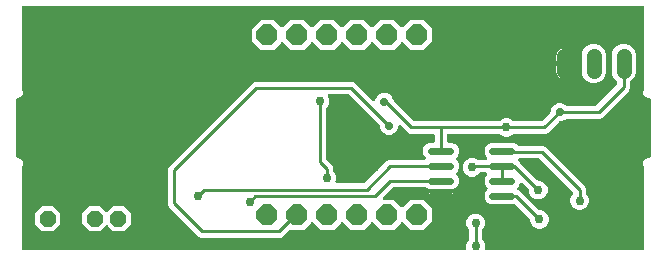
<source format=gbr>
G04 EAGLE Gerber RS-274X export*
G75*
%MOMM*%
%FSLAX34Y34*%
%LPD*%
%INBottom Copper*%
%IPPOS*%
%AMOC8*
5,1,8,0,0,1.08239X$1,22.5*%
G01*
%ADD10P,1.429621X8X22.500000*%
%ADD11C,0.510000*%
%ADD12P,1.924489X8X292.500000*%
%ADD13C,1.258000*%
%ADD14C,0.756400*%
%ADD15C,0.254000*%
%ADD16C,0.711200*%

G36*
X378973Y3971D02*
X378973Y3971D01*
X379022Y3969D01*
X379130Y3991D01*
X379239Y4005D01*
X379285Y4023D01*
X379334Y4033D01*
X379432Y4081D01*
X379534Y4122D01*
X379575Y4151D01*
X379619Y4173D01*
X379703Y4244D01*
X379792Y4308D01*
X379824Y4347D01*
X379861Y4379D01*
X379925Y4469D01*
X379995Y4553D01*
X380016Y4598D01*
X380045Y4639D01*
X380083Y4742D01*
X380130Y4841D01*
X380140Y4890D01*
X380157Y4937D01*
X380169Y5046D01*
X380190Y5153D01*
X380187Y5203D01*
X380192Y5253D01*
X380177Y5361D01*
X380170Y5471D01*
X380155Y5518D01*
X380153Y5529D01*
X380153Y8703D01*
X381348Y11587D01*
X382294Y12532D01*
X382354Y12611D01*
X382422Y12683D01*
X382451Y12736D01*
X382488Y12784D01*
X382528Y12875D01*
X382576Y12961D01*
X382591Y13020D01*
X382615Y13076D01*
X382630Y13174D01*
X382655Y13269D01*
X382661Y13369D01*
X382665Y13390D01*
X382663Y13402D01*
X382665Y13430D01*
X382665Y20712D01*
X382653Y20810D01*
X382650Y20909D01*
X382633Y20967D01*
X382625Y21028D01*
X382589Y21120D01*
X382561Y21215D01*
X382531Y21267D01*
X382508Y21323D01*
X382450Y21403D01*
X382400Y21489D01*
X382334Y21564D01*
X382322Y21581D01*
X382312Y21588D01*
X382294Y21610D01*
X381348Y22555D01*
X380153Y25439D01*
X380153Y28561D01*
X381348Y31445D01*
X383555Y33652D01*
X386439Y34847D01*
X389561Y34847D01*
X392445Y33652D01*
X394652Y31445D01*
X395847Y28561D01*
X395847Y25439D01*
X394652Y22555D01*
X393706Y21610D01*
X393646Y21531D01*
X393578Y21459D01*
X393549Y21406D01*
X393512Y21358D01*
X393472Y21267D01*
X393424Y21181D01*
X393409Y21122D01*
X393385Y21066D01*
X393370Y20968D01*
X393345Y20873D01*
X393339Y20773D01*
X393335Y20752D01*
X393337Y20740D01*
X393335Y20712D01*
X393335Y13430D01*
X393347Y13332D01*
X393350Y13233D01*
X393367Y13175D01*
X393375Y13114D01*
X393411Y13022D01*
X393439Y12927D01*
X393469Y12875D01*
X393492Y12819D01*
X393550Y12739D01*
X393600Y12653D01*
X393666Y12578D01*
X393678Y12561D01*
X393688Y12554D01*
X393706Y12532D01*
X394652Y11587D01*
X395847Y8703D01*
X395847Y5510D01*
X395820Y5413D01*
X395819Y5363D01*
X395810Y5314D01*
X395817Y5205D01*
X395815Y5095D01*
X395827Y5047D01*
X395830Y4997D01*
X395864Y4893D01*
X395889Y4786D01*
X395913Y4742D01*
X395928Y4695D01*
X395987Y4602D01*
X396038Y4505D01*
X396071Y4468D01*
X396098Y4426D01*
X396178Y4351D01*
X396252Y4269D01*
X396293Y4242D01*
X396330Y4208D01*
X396426Y4155D01*
X396517Y4095D01*
X396565Y4078D01*
X396608Y4054D01*
X396714Y4027D01*
X396818Y3991D01*
X396868Y3987D01*
X396916Y3975D01*
X397077Y3965D01*
X529566Y3965D01*
X529684Y3980D01*
X529803Y3987D01*
X529841Y4000D01*
X529882Y4005D01*
X529992Y4048D01*
X530105Y4085D01*
X530140Y4107D01*
X530177Y4122D01*
X530273Y4191D01*
X530374Y4255D01*
X530402Y4285D01*
X530435Y4308D01*
X530511Y4400D01*
X530592Y4487D01*
X530612Y4522D01*
X530637Y4553D01*
X530688Y4661D01*
X530746Y4765D01*
X530756Y4805D01*
X530773Y4841D01*
X530795Y4958D01*
X530825Y5073D01*
X530829Y5133D01*
X530833Y5153D01*
X530831Y5174D01*
X530835Y5234D01*
X530835Y74348D01*
X530834Y74357D01*
X530835Y74366D01*
X530814Y74515D01*
X530795Y74663D01*
X530792Y74672D01*
X530791Y74681D01*
X530739Y74834D01*
X530073Y76440D01*
X530073Y78360D01*
X530808Y80134D01*
X532166Y81492D01*
X533940Y82227D01*
X535000Y82227D01*
X535118Y82242D01*
X535237Y82249D01*
X535275Y82262D01*
X535316Y82267D01*
X535426Y82310D01*
X535539Y82347D01*
X535574Y82369D01*
X535611Y82384D01*
X535707Y82453D01*
X535808Y82517D01*
X535836Y82547D01*
X535869Y82570D01*
X535945Y82662D01*
X536026Y82749D01*
X536046Y82784D01*
X536071Y82815D01*
X536122Y82923D01*
X536180Y83027D01*
X536190Y83067D01*
X536207Y83103D01*
X536229Y83220D01*
X536259Y83335D01*
X536263Y83395D01*
X536267Y83415D01*
X536265Y83436D01*
X536269Y83496D01*
X536269Y131304D01*
X536254Y131422D01*
X536247Y131541D01*
X536234Y131579D01*
X536229Y131620D01*
X536186Y131730D01*
X536149Y131843D01*
X536127Y131878D01*
X536112Y131915D01*
X536043Y132011D01*
X535979Y132112D01*
X535949Y132140D01*
X535926Y132173D01*
X535834Y132249D01*
X535747Y132330D01*
X535712Y132350D01*
X535681Y132375D01*
X535573Y132426D01*
X535469Y132484D01*
X535429Y132494D01*
X535393Y132511D01*
X535276Y132533D01*
X535161Y132563D01*
X535101Y132567D01*
X535081Y132571D01*
X535060Y132569D01*
X535000Y132573D01*
X533940Y132573D01*
X532166Y133308D01*
X530808Y134666D01*
X530073Y136440D01*
X530073Y138360D01*
X530739Y139966D01*
X530741Y139975D01*
X530746Y139984D01*
X530783Y140129D01*
X530823Y140273D01*
X530823Y140283D01*
X530825Y140292D01*
X530835Y140452D01*
X530835Y209666D01*
X530820Y209784D01*
X530813Y209903D01*
X530800Y209941D01*
X530795Y209982D01*
X530752Y210092D01*
X530715Y210205D01*
X530693Y210240D01*
X530678Y210277D01*
X530609Y210373D01*
X530545Y210474D01*
X530515Y210502D01*
X530492Y210535D01*
X530400Y210611D01*
X530313Y210692D01*
X530278Y210712D01*
X530247Y210737D01*
X530139Y210788D01*
X530035Y210846D01*
X529995Y210856D01*
X529959Y210873D01*
X529842Y210895D01*
X529727Y210925D01*
X529667Y210929D01*
X529647Y210933D01*
X529626Y210931D01*
X529566Y210935D01*
X5234Y210935D01*
X5116Y210920D01*
X4997Y210913D01*
X4959Y210900D01*
X4918Y210895D01*
X4808Y210852D01*
X4695Y210815D01*
X4660Y210793D01*
X4623Y210778D01*
X4527Y210709D01*
X4426Y210645D01*
X4398Y210615D01*
X4365Y210592D01*
X4289Y210500D01*
X4208Y210413D01*
X4188Y210378D01*
X4163Y210347D01*
X4112Y210239D01*
X4054Y210135D01*
X4044Y210095D01*
X4027Y210059D01*
X4005Y209942D01*
X3975Y209827D01*
X3971Y209767D01*
X3967Y209747D01*
X3969Y209726D01*
X3965Y209666D01*
X3965Y140452D01*
X3966Y140443D01*
X3965Y140434D01*
X3986Y140285D01*
X4005Y140137D01*
X4008Y140128D01*
X4009Y140119D01*
X4061Y139966D01*
X4727Y138360D01*
X4727Y136440D01*
X3992Y134666D01*
X2634Y133308D01*
X860Y132573D01*
X0Y132573D01*
X-118Y132558D01*
X-237Y132551D01*
X-275Y132538D01*
X-316Y132533D01*
X-426Y132490D01*
X-539Y132453D01*
X-574Y132431D01*
X-611Y132416D01*
X-707Y132347D01*
X-808Y132283D01*
X-836Y132253D01*
X-869Y132230D01*
X-945Y132138D01*
X-1026Y132051D01*
X-1046Y132016D01*
X-1071Y131985D01*
X-1122Y131877D01*
X-1180Y131773D01*
X-1190Y131733D01*
X-1207Y131697D01*
X-1229Y131580D01*
X-1259Y131465D01*
X-1263Y131405D01*
X-1267Y131385D01*
X-1265Y131364D01*
X-1269Y131304D01*
X-1269Y83496D01*
X-1254Y83378D01*
X-1247Y83259D01*
X-1234Y83221D01*
X-1229Y83180D01*
X-1186Y83070D01*
X-1149Y82957D01*
X-1127Y82922D01*
X-1112Y82885D01*
X-1043Y82789D01*
X-979Y82688D01*
X-949Y82660D01*
X-926Y82627D01*
X-834Y82551D01*
X-747Y82470D01*
X-712Y82450D01*
X-681Y82425D01*
X-573Y82374D01*
X-469Y82316D01*
X-429Y82306D01*
X-393Y82289D01*
X-276Y82267D01*
X-161Y82237D01*
X-101Y82233D01*
X-81Y82229D01*
X-60Y82231D01*
X0Y82227D01*
X860Y82227D01*
X2634Y81492D01*
X3992Y80134D01*
X4727Y78360D01*
X4727Y76440D01*
X4061Y74834D01*
X4059Y74825D01*
X4054Y74816D01*
X4017Y74671D01*
X3977Y74527D01*
X3977Y74517D01*
X3975Y74508D01*
X3965Y74348D01*
X3965Y5234D01*
X3980Y5116D01*
X3987Y4997D01*
X4000Y4959D01*
X4005Y4918D01*
X4048Y4808D01*
X4085Y4695D01*
X4107Y4660D01*
X4122Y4623D01*
X4191Y4527D01*
X4255Y4426D01*
X4285Y4398D01*
X4308Y4365D01*
X4400Y4289D01*
X4487Y4208D01*
X4522Y4188D01*
X4553Y4163D01*
X4661Y4112D01*
X4765Y4054D01*
X4805Y4044D01*
X4841Y4027D01*
X4958Y4005D01*
X5073Y3975D01*
X5133Y3971D01*
X5153Y3967D01*
X5174Y3969D01*
X5234Y3965D01*
X378923Y3965D01*
X378973Y3971D01*
G37*
%LPC*%
G36*
X155461Y14665D02*
X155461Y14665D01*
X153500Y15477D01*
X128139Y40838D01*
X127327Y42799D01*
X127327Y72779D01*
X128139Y74740D01*
X199222Y145823D01*
X201183Y146635D01*
X283885Y146635D01*
X285846Y145823D01*
X301048Y130621D01*
X301087Y130590D01*
X301120Y130554D01*
X301212Y130493D01*
X301299Y130426D01*
X301345Y130406D01*
X301386Y130379D01*
X301490Y130343D01*
X301591Y130300D01*
X301640Y130292D01*
X301687Y130276D01*
X301796Y130267D01*
X301905Y130250D01*
X301954Y130254D01*
X302004Y130250D01*
X302112Y130269D01*
X302221Y130279D01*
X302268Y130296D01*
X302317Y130305D01*
X302417Y130350D01*
X302521Y130387D01*
X302562Y130415D01*
X302607Y130435D01*
X302693Y130504D01*
X302784Y130566D01*
X302817Y130603D01*
X302856Y130634D01*
X302922Y130722D01*
X302994Y130804D01*
X303017Y130848D01*
X303047Y130888D01*
X303118Y131033D01*
X304365Y134045D01*
X306509Y136189D01*
X309310Y137349D01*
X312342Y137349D01*
X315143Y136189D01*
X317287Y134045D01*
X318447Y131244D01*
X318447Y131177D01*
X318459Y131079D01*
X318462Y130980D01*
X318479Y130922D01*
X318487Y130862D01*
X318523Y130770D01*
X318551Y130675D01*
X318581Y130623D01*
X318604Y130566D01*
X318662Y130486D01*
X318712Y130401D01*
X318778Y130325D01*
X318790Y130309D01*
X318800Y130301D01*
X318818Y130280D01*
X335526Y113572D01*
X335604Y113512D01*
X335676Y113444D01*
X335729Y113415D01*
X335777Y113378D01*
X335868Y113338D01*
X335955Y113290D01*
X336013Y113275D01*
X336069Y113251D01*
X336167Y113236D01*
X336263Y113211D01*
X336363Y113205D01*
X336383Y113201D01*
X336395Y113203D01*
X336423Y113201D01*
X407712Y113201D01*
X407810Y113213D01*
X407909Y113216D01*
X407967Y113233D01*
X408028Y113241D01*
X408120Y113277D01*
X408215Y113305D01*
X408267Y113335D01*
X408323Y113358D01*
X408403Y113416D01*
X408489Y113466D01*
X408564Y113532D01*
X408581Y113544D01*
X408588Y113554D01*
X408610Y113572D01*
X409555Y114518D01*
X412439Y115713D01*
X415561Y115713D01*
X418445Y114518D01*
X419390Y113572D01*
X419469Y113512D01*
X419541Y113444D01*
X419594Y113415D01*
X419642Y113378D01*
X419733Y113338D01*
X419819Y113290D01*
X419878Y113275D01*
X419934Y113251D01*
X420032Y113236D01*
X420127Y113211D01*
X420227Y113205D01*
X420248Y113201D01*
X420260Y113203D01*
X420288Y113201D01*
X443527Y113201D01*
X443625Y113213D01*
X443724Y113216D01*
X443782Y113233D01*
X443842Y113241D01*
X443934Y113277D01*
X444029Y113305D01*
X444081Y113335D01*
X444138Y113358D01*
X444218Y113416D01*
X444303Y113466D01*
X444379Y113532D01*
X444395Y113544D01*
X444403Y113554D01*
X444424Y113572D01*
X451136Y120284D01*
X451196Y120362D01*
X451264Y120434D01*
X451293Y120487D01*
X451330Y120535D01*
X451370Y120626D01*
X451418Y120713D01*
X451433Y120771D01*
X451457Y120827D01*
X451472Y120925D01*
X451497Y121021D01*
X451503Y121121D01*
X451507Y121141D01*
X451505Y121153D01*
X451507Y121181D01*
X451507Y122248D01*
X452667Y125049D01*
X454811Y127193D01*
X457612Y128353D01*
X460644Y128353D01*
X463445Y127193D01*
X464199Y126439D01*
X464277Y126378D01*
X464349Y126310D01*
X464402Y126281D01*
X464450Y126244D01*
X464541Y126204D01*
X464628Y126156D01*
X464686Y126141D01*
X464742Y126117D01*
X464840Y126102D01*
X464936Y126077D01*
X465036Y126071D01*
X465056Y126067D01*
X465068Y126069D01*
X465096Y126067D01*
X489393Y126067D01*
X489491Y126079D01*
X489590Y126082D01*
X489648Y126099D01*
X489708Y126107D01*
X489800Y126143D01*
X489895Y126171D01*
X489947Y126201D01*
X490004Y126224D01*
X490084Y126282D01*
X490169Y126332D01*
X490245Y126398D01*
X490261Y126410D01*
X490269Y126420D01*
X490290Y126438D01*
X507694Y143842D01*
X507754Y143920D01*
X507822Y143992D01*
X507851Y144045D01*
X507888Y144093D01*
X507928Y144184D01*
X507976Y144271D01*
X507991Y144329D01*
X508015Y144385D01*
X508030Y144483D01*
X508055Y144579D01*
X508061Y144679D01*
X508065Y144699D01*
X508063Y144711D01*
X508065Y144739D01*
X508065Y145875D01*
X508053Y145973D01*
X508050Y146072D01*
X508033Y146131D01*
X508025Y146191D01*
X507989Y146283D01*
X507961Y146378D01*
X507931Y146430D01*
X507908Y146486D01*
X507850Y146567D01*
X507800Y146652D01*
X507734Y146727D01*
X507722Y146744D01*
X507712Y146752D01*
X507694Y146773D01*
X504622Y149845D01*
X503045Y153650D01*
X503045Y170350D01*
X504622Y174155D01*
X507535Y177068D01*
X511340Y178645D01*
X515460Y178645D01*
X519265Y177068D01*
X522178Y174155D01*
X523755Y170350D01*
X523755Y153650D01*
X522178Y149845D01*
X519106Y146773D01*
X519046Y146694D01*
X518978Y146622D01*
X518949Y146569D01*
X518912Y146521D01*
X518872Y146430D01*
X518824Y146344D01*
X518809Y146285D01*
X518785Y146230D01*
X518770Y146132D01*
X518745Y146036D01*
X518739Y145936D01*
X518735Y145916D01*
X518737Y145903D01*
X518735Y145875D01*
X518735Y140943D01*
X517923Y138982D01*
X495150Y116209D01*
X493189Y115397D01*
X465096Y115397D01*
X464998Y115385D01*
X464899Y115382D01*
X464841Y115365D01*
X464781Y115357D01*
X464689Y115321D01*
X464594Y115293D01*
X464541Y115263D01*
X464485Y115240D01*
X464405Y115182D01*
X464320Y115132D01*
X464244Y115066D01*
X464228Y115054D01*
X464220Y115044D01*
X464199Y115025D01*
X463445Y114271D01*
X460644Y113111D01*
X459577Y113111D01*
X459479Y113099D01*
X459380Y113096D01*
X459322Y113079D01*
X459262Y113071D01*
X459170Y113035D01*
X459075Y113007D01*
X459023Y112977D01*
X458966Y112954D01*
X458886Y112896D01*
X458801Y112846D01*
X458725Y112780D01*
X458709Y112768D01*
X458701Y112758D01*
X458680Y112740D01*
X449284Y103343D01*
X447323Y102531D01*
X420288Y102531D01*
X420190Y102519D01*
X420091Y102516D01*
X420033Y102499D01*
X419972Y102491D01*
X419880Y102455D01*
X419785Y102427D01*
X419733Y102397D01*
X419677Y102374D01*
X419597Y102316D01*
X419511Y102266D01*
X419436Y102200D01*
X419419Y102188D01*
X419412Y102178D01*
X419390Y102160D01*
X418445Y101214D01*
X415561Y100019D01*
X412439Y100019D01*
X409555Y101214D01*
X408610Y102160D01*
X408531Y102220D01*
X408459Y102288D01*
X408406Y102317D01*
X408358Y102354D01*
X408267Y102394D01*
X408181Y102442D01*
X408122Y102457D01*
X408066Y102481D01*
X407968Y102496D01*
X407873Y102521D01*
X407773Y102527D01*
X407752Y102531D01*
X407740Y102529D01*
X407712Y102531D01*
X365204Y102531D01*
X365086Y102516D01*
X364967Y102509D01*
X364929Y102496D01*
X364888Y102491D01*
X364778Y102448D01*
X364665Y102411D01*
X364630Y102389D01*
X364593Y102374D01*
X364497Y102305D01*
X364396Y102241D01*
X364368Y102211D01*
X364335Y102188D01*
X364259Y102096D01*
X364178Y102009D01*
X364158Y101974D01*
X364133Y101943D01*
X364082Y101835D01*
X364024Y101731D01*
X364014Y101691D01*
X363997Y101655D01*
X363975Y101538D01*
X363945Y101423D01*
X363941Y101363D01*
X363937Y101343D01*
X363939Y101322D01*
X363935Y101262D01*
X363935Y96184D01*
X363950Y96066D01*
X363957Y95947D01*
X363970Y95909D01*
X363975Y95868D01*
X364018Y95758D01*
X364055Y95645D01*
X364077Y95610D01*
X364092Y95573D01*
X364161Y95477D01*
X364225Y95376D01*
X364255Y95348D01*
X364278Y95315D01*
X364370Y95239D01*
X364457Y95158D01*
X364492Y95138D01*
X364523Y95113D01*
X364631Y95062D01*
X364735Y95004D01*
X364775Y94994D01*
X364811Y94977D01*
X364928Y94955D01*
X365043Y94925D01*
X365103Y94921D01*
X365123Y94917D01*
X365144Y94919D01*
X365204Y94915D01*
X368366Y94915D01*
X370797Y93908D01*
X372658Y92047D01*
X373665Y89616D01*
X373665Y86084D01*
X372658Y83653D01*
X371402Y82397D01*
X371329Y82303D01*
X371250Y82214D01*
X371232Y82178D01*
X371207Y82146D01*
X371160Y82037D01*
X371106Y81931D01*
X371097Y81892D01*
X371081Y81854D01*
X371062Y81737D01*
X371036Y81621D01*
X371037Y81580D01*
X371031Y81540D01*
X371042Y81422D01*
X371046Y81303D01*
X371057Y81264D01*
X371061Y81224D01*
X371101Y81112D01*
X371134Y80997D01*
X371155Y80962D01*
X371168Y80924D01*
X371235Y80826D01*
X371296Y80723D01*
X371336Y80678D01*
X371347Y80661D01*
X371362Y80648D01*
X371402Y80602D01*
X372658Y79347D01*
X373665Y76916D01*
X373665Y73384D01*
X372658Y70953D01*
X371402Y69698D01*
X371329Y69603D01*
X371250Y69514D01*
X371232Y69478D01*
X371207Y69446D01*
X371160Y69337D01*
X371106Y69231D01*
X371097Y69192D01*
X371081Y69154D01*
X371062Y69037D01*
X371036Y68921D01*
X371037Y68880D01*
X371031Y68840D01*
X371042Y68722D01*
X371046Y68603D01*
X371057Y68564D01*
X371061Y68524D01*
X371101Y68411D01*
X371134Y68297D01*
X371155Y68263D01*
X371168Y68224D01*
X371235Y68126D01*
X371296Y68023D01*
X371336Y67978D01*
X371347Y67961D01*
X371362Y67948D01*
X371402Y67903D01*
X372658Y66647D01*
X373665Y64216D01*
X373665Y60684D01*
X372658Y58253D01*
X370797Y56392D01*
X368366Y55385D01*
X348834Y55385D01*
X346403Y56392D01*
X346052Y56744D01*
X345974Y56804D01*
X345901Y56872D01*
X345848Y56901D01*
X345801Y56938D01*
X345710Y56978D01*
X345623Y57026D01*
X345564Y57041D01*
X345509Y57065D01*
X345411Y57080D01*
X345315Y57105D01*
X345215Y57111D01*
X345195Y57115D01*
X345182Y57113D01*
X345154Y57115D01*
X318335Y57115D01*
X318237Y57103D01*
X318138Y57100D01*
X318080Y57083D01*
X318020Y57075D01*
X317928Y57039D01*
X317833Y57011D01*
X317781Y56981D01*
X317724Y56958D01*
X317644Y56900D01*
X317559Y56850D01*
X317483Y56784D01*
X317467Y56772D01*
X317459Y56762D01*
X317438Y56744D01*
X309616Y48921D01*
X309531Y48812D01*
X309442Y48705D01*
X309433Y48686D01*
X309421Y48670D01*
X309366Y48542D01*
X309306Y48417D01*
X309303Y48397D01*
X309295Y48378D01*
X309273Y48240D01*
X309247Y48104D01*
X309248Y48084D01*
X309245Y48064D01*
X309258Y47925D01*
X309266Y47787D01*
X309273Y47768D01*
X309275Y47748D01*
X309322Y47616D01*
X309364Y47485D01*
X309375Y47467D01*
X309382Y47448D01*
X309460Y47333D01*
X309535Y47216D01*
X309549Y47202D01*
X309561Y47185D01*
X309665Y47093D01*
X309766Y46998D01*
X309784Y46988D01*
X309799Y46975D01*
X309923Y46911D01*
X310045Y46844D01*
X310064Y46839D01*
X310082Y46830D01*
X310218Y46800D01*
X310353Y46765D01*
X310381Y46763D01*
X310393Y46760D01*
X310413Y46761D01*
X310513Y46755D01*
X318466Y46755D01*
X324903Y40318D01*
X324997Y40245D01*
X325086Y40166D01*
X325122Y40148D01*
X325154Y40123D01*
X325263Y40076D01*
X325369Y40022D01*
X325408Y40013D01*
X325446Y39997D01*
X325563Y39978D01*
X325679Y39952D01*
X325720Y39953D01*
X325760Y39947D01*
X325878Y39958D01*
X325997Y39962D01*
X326036Y39973D01*
X326076Y39977D01*
X326189Y40017D01*
X326303Y40050D01*
X326338Y40071D01*
X326376Y40085D01*
X326474Y40152D01*
X326577Y40212D01*
X326622Y40252D01*
X326639Y40263D01*
X326652Y40278D01*
X326698Y40318D01*
X333134Y46755D01*
X343866Y46755D01*
X351455Y39166D01*
X351455Y28434D01*
X343866Y20845D01*
X333134Y20845D01*
X326698Y27282D01*
X326603Y27355D01*
X326514Y27434D01*
X326478Y27452D01*
X326446Y27477D01*
X326337Y27524D01*
X326231Y27578D01*
X326192Y27587D01*
X326154Y27603D01*
X326037Y27622D01*
X325921Y27648D01*
X325880Y27647D01*
X325840Y27653D01*
X325722Y27642D01*
X325603Y27638D01*
X325564Y27627D01*
X325524Y27623D01*
X325411Y27583D01*
X325297Y27550D01*
X325263Y27529D01*
X325224Y27515D01*
X325126Y27449D01*
X325023Y27388D01*
X324978Y27348D01*
X324961Y27337D01*
X324948Y27322D01*
X324903Y27282D01*
X318466Y20845D01*
X307734Y20845D01*
X301298Y27282D01*
X301203Y27355D01*
X301114Y27434D01*
X301078Y27452D01*
X301046Y27477D01*
X300937Y27524D01*
X300831Y27578D01*
X300792Y27587D01*
X300754Y27603D01*
X300637Y27622D01*
X300521Y27648D01*
X300480Y27647D01*
X300440Y27653D01*
X300322Y27642D01*
X300203Y27638D01*
X300164Y27627D01*
X300124Y27623D01*
X300011Y27583D01*
X299897Y27550D01*
X299863Y27529D01*
X299824Y27515D01*
X299726Y27449D01*
X299623Y27388D01*
X299578Y27348D01*
X299561Y27337D01*
X299548Y27322D01*
X299503Y27282D01*
X293066Y20845D01*
X282334Y20845D01*
X275898Y27282D01*
X275803Y27355D01*
X275714Y27434D01*
X275678Y27452D01*
X275646Y27477D01*
X275537Y27524D01*
X275431Y27578D01*
X275392Y27587D01*
X275354Y27603D01*
X275237Y27622D01*
X275121Y27648D01*
X275080Y27647D01*
X275040Y27653D01*
X274922Y27642D01*
X274803Y27638D01*
X274764Y27627D01*
X274724Y27623D01*
X274611Y27583D01*
X274497Y27550D01*
X274463Y27529D01*
X274424Y27515D01*
X274326Y27449D01*
X274223Y27388D01*
X274178Y27348D01*
X274161Y27337D01*
X274148Y27322D01*
X274103Y27282D01*
X267666Y20845D01*
X256934Y20845D01*
X250498Y27282D01*
X250403Y27355D01*
X250314Y27434D01*
X250278Y27452D01*
X250246Y27477D01*
X250137Y27524D01*
X250031Y27578D01*
X249992Y27587D01*
X249954Y27603D01*
X249837Y27622D01*
X249721Y27648D01*
X249680Y27647D01*
X249640Y27653D01*
X249522Y27642D01*
X249403Y27638D01*
X249364Y27627D01*
X249324Y27623D01*
X249211Y27583D01*
X249097Y27550D01*
X249063Y27529D01*
X249024Y27515D01*
X248926Y27449D01*
X248823Y27388D01*
X248778Y27348D01*
X248761Y27337D01*
X248748Y27322D01*
X248703Y27282D01*
X242266Y20845D01*
X231493Y20845D01*
X231476Y20854D01*
X231444Y20879D01*
X231335Y20926D01*
X231229Y20980D01*
X231189Y20989D01*
X231152Y21005D01*
X231035Y21024D01*
X230919Y21050D01*
X230878Y21049D01*
X230838Y21055D01*
X230720Y21044D01*
X230601Y21040D01*
X230562Y21029D01*
X230522Y21025D01*
X230410Y20985D01*
X230295Y20952D01*
X230260Y20931D01*
X230222Y20918D01*
X230124Y20851D01*
X230021Y20790D01*
X229976Y20751D01*
X229959Y20739D01*
X229946Y20724D01*
X229900Y20684D01*
X224694Y15477D01*
X222733Y14665D01*
X155461Y14665D01*
G37*
%LPD*%
G36*
X292963Y60497D02*
X292963Y60497D01*
X293062Y60500D01*
X293120Y60517D01*
X293180Y60525D01*
X293272Y60561D01*
X293367Y60589D01*
X293419Y60619D01*
X293476Y60642D01*
X293556Y60700D01*
X293641Y60750D01*
X293717Y60816D01*
X293733Y60828D01*
X293741Y60838D01*
X293762Y60856D01*
X312578Y79673D01*
X314539Y80485D01*
X344646Y80485D01*
X344784Y80502D01*
X344923Y80515D01*
X344942Y80522D01*
X344962Y80525D01*
X345091Y80576D01*
X345222Y80623D01*
X345239Y80634D01*
X345258Y80642D01*
X345370Y80723D01*
X345485Y80801D01*
X345499Y80817D01*
X345515Y80828D01*
X345604Y80936D01*
X345696Y81040D01*
X345705Y81058D01*
X345718Y81073D01*
X345777Y81199D01*
X345840Y81323D01*
X345845Y81343D01*
X345853Y81361D01*
X345879Y81498D01*
X345910Y81633D01*
X345909Y81654D01*
X345913Y81673D01*
X345904Y81812D01*
X345900Y81951D01*
X345895Y81971D01*
X345893Y81991D01*
X345851Y82123D01*
X345812Y82257D01*
X345802Y82274D01*
X345795Y82293D01*
X345721Y82411D01*
X345650Y82531D01*
X345632Y82552D01*
X345625Y82562D01*
X345610Y82576D01*
X345544Y82651D01*
X344542Y83653D01*
X343535Y86084D01*
X343535Y89616D01*
X344542Y92047D01*
X346403Y93908D01*
X348834Y94915D01*
X351996Y94915D01*
X352114Y94930D01*
X352233Y94937D01*
X352271Y94950D01*
X352312Y94955D01*
X352422Y94998D01*
X352535Y95035D01*
X352570Y95057D01*
X352607Y95072D01*
X352703Y95141D01*
X352804Y95205D01*
X352832Y95235D01*
X352865Y95258D01*
X352941Y95350D01*
X353022Y95437D01*
X353042Y95472D01*
X353067Y95503D01*
X353118Y95611D01*
X353176Y95715D01*
X353186Y95755D01*
X353203Y95791D01*
X353225Y95908D01*
X353255Y96023D01*
X353259Y96083D01*
X353263Y96103D01*
X353261Y96124D01*
X353265Y96184D01*
X353265Y101262D01*
X353250Y101380D01*
X353243Y101499D01*
X353230Y101537D01*
X353225Y101578D01*
X353182Y101688D01*
X353145Y101801D01*
X353123Y101836D01*
X353108Y101873D01*
X353039Y101969D01*
X352975Y102070D01*
X352945Y102098D01*
X352922Y102131D01*
X352830Y102207D01*
X352743Y102288D01*
X352708Y102308D01*
X352677Y102333D01*
X352569Y102384D01*
X352465Y102442D01*
X352425Y102452D01*
X352389Y102469D01*
X352272Y102491D01*
X352157Y102521D01*
X352097Y102525D01*
X352077Y102529D01*
X352056Y102527D01*
X351996Y102531D01*
X332627Y102531D01*
X330666Y103343D01*
X324471Y109538D01*
X324362Y109623D01*
X324255Y109712D01*
X324236Y109721D01*
X324220Y109733D01*
X324092Y109788D01*
X323967Y109848D01*
X323947Y109851D01*
X323928Y109859D01*
X323790Y109881D01*
X323654Y109907D01*
X323634Y109906D01*
X323614Y109909D01*
X323475Y109896D01*
X323337Y109888D01*
X323318Y109881D01*
X323298Y109879D01*
X323166Y109832D01*
X323035Y109790D01*
X323017Y109779D01*
X322998Y109772D01*
X322883Y109694D01*
X322766Y109619D01*
X322752Y109605D01*
X322735Y109593D01*
X322643Y109489D01*
X322548Y109388D01*
X322538Y109370D01*
X322525Y109355D01*
X322461Y109231D01*
X322394Y109109D01*
X322389Y109090D01*
X322380Y109072D01*
X322350Y108936D01*
X322315Y108801D01*
X322313Y108773D01*
X322310Y108761D01*
X322311Y108741D01*
X322305Y108641D01*
X322305Y107924D01*
X321145Y105123D01*
X319001Y102979D01*
X316200Y101819D01*
X313168Y101819D01*
X310367Y102979D01*
X308223Y105123D01*
X307063Y107924D01*
X307063Y108991D01*
X307051Y109089D01*
X307048Y109188D01*
X307031Y109246D01*
X307023Y109306D01*
X306987Y109398D01*
X306959Y109493D01*
X306929Y109545D01*
X306906Y109602D01*
X306848Y109682D01*
X306798Y109767D01*
X306732Y109843D01*
X306720Y109859D01*
X306710Y109867D01*
X306692Y109888D01*
X280986Y135594D01*
X280908Y135654D01*
X280836Y135722D01*
X280783Y135751D01*
X280735Y135788D01*
X280644Y135828D01*
X280557Y135876D01*
X280499Y135891D01*
X280443Y135915D01*
X280345Y135930D01*
X280249Y135955D01*
X280149Y135961D01*
X280129Y135965D01*
X280117Y135963D01*
X280089Y135965D01*
X263922Y135965D01*
X263873Y135959D01*
X263823Y135961D01*
X263715Y135939D01*
X263606Y135925D01*
X263560Y135907D01*
X263512Y135897D01*
X263413Y135849D01*
X263311Y135808D01*
X263271Y135779D01*
X263226Y135757D01*
X263142Y135686D01*
X263053Y135622D01*
X263022Y135583D01*
X262984Y135551D01*
X262921Y135461D01*
X262851Y135377D01*
X262829Y135332D01*
X262801Y135291D01*
X262762Y135188D01*
X262715Y135089D01*
X262706Y135040D01*
X262688Y134994D01*
X262676Y134884D01*
X262655Y134777D01*
X262658Y134727D01*
X262653Y134678D01*
X262668Y134569D01*
X262675Y134459D01*
X262690Y134412D01*
X262697Y134363D01*
X262749Y134210D01*
X263847Y131561D01*
X263847Y128439D01*
X262652Y125555D01*
X261706Y124610D01*
X261646Y124531D01*
X261578Y124459D01*
X261549Y124406D01*
X261512Y124358D01*
X261472Y124267D01*
X261424Y124181D01*
X261409Y124122D01*
X261385Y124066D01*
X261370Y123968D01*
X261345Y123873D01*
X261339Y123773D01*
X261335Y123752D01*
X261337Y123740D01*
X261335Y123712D01*
X261335Y81735D01*
X261347Y81637D01*
X261350Y81538D01*
X261367Y81480D01*
X261375Y81420D01*
X261411Y81328D01*
X261439Y81233D01*
X261469Y81181D01*
X261492Y81124D01*
X261550Y81044D01*
X261600Y80959D01*
X261666Y80883D01*
X261678Y80867D01*
X261688Y80859D01*
X261706Y80838D01*
X266523Y76022D01*
X267335Y74061D01*
X267335Y71288D01*
X267347Y71190D01*
X267350Y71091D01*
X267367Y71033D01*
X267375Y70972D01*
X267411Y70880D01*
X267439Y70785D01*
X267469Y70733D01*
X267492Y70677D01*
X267550Y70597D01*
X267600Y70511D01*
X267666Y70436D01*
X267678Y70419D01*
X267688Y70412D01*
X267706Y70390D01*
X268652Y69445D01*
X269847Y66561D01*
X269847Y63439D01*
X269350Y62240D01*
X269337Y62192D01*
X269316Y62147D01*
X269295Y62039D01*
X269266Y61933D01*
X269265Y61883D01*
X269256Y61834D01*
X269263Y61725D01*
X269261Y61615D01*
X269272Y61567D01*
X269276Y61517D01*
X269309Y61413D01*
X269335Y61306D01*
X269358Y61262D01*
X269374Y61215D01*
X269432Y61122D01*
X269484Y61025D01*
X269517Y60988D01*
X269544Y60946D01*
X269624Y60871D01*
X269698Y60789D01*
X269739Y60762D01*
X269775Y60728D01*
X269872Y60675D01*
X269963Y60615D01*
X270010Y60598D01*
X270054Y60574D01*
X270160Y60547D01*
X270264Y60511D01*
X270314Y60507D01*
X270362Y60495D01*
X270523Y60485D01*
X292865Y60485D01*
X292963Y60497D01*
G37*
%LPC*%
G36*
X440439Y22153D02*
X440439Y22153D01*
X437555Y23348D01*
X435348Y25555D01*
X434153Y28439D01*
X434153Y29777D01*
X434141Y29875D01*
X434138Y29974D01*
X434121Y30032D01*
X434113Y30092D01*
X434077Y30184D01*
X434049Y30279D01*
X434019Y30331D01*
X433996Y30388D01*
X433938Y30468D01*
X433888Y30553D01*
X433822Y30629D01*
X433810Y30645D01*
X433800Y30653D01*
X433782Y30674D01*
X421959Y42497D01*
X421935Y42515D01*
X421916Y42538D01*
X421810Y42612D01*
X421707Y42692D01*
X421680Y42704D01*
X421656Y42721D01*
X421535Y42767D01*
X421415Y42818D01*
X421386Y42823D01*
X421359Y42833D01*
X421230Y42848D01*
X421101Y42868D01*
X421072Y42865D01*
X421043Y42869D01*
X420914Y42850D01*
X420785Y42838D01*
X420757Y42828D01*
X420728Y42824D01*
X420575Y42772D01*
X420366Y42685D01*
X400834Y42685D01*
X398403Y43692D01*
X396542Y45553D01*
X395535Y47984D01*
X395535Y51516D01*
X396542Y53947D01*
X397798Y55203D01*
X397871Y55297D01*
X397950Y55386D01*
X397968Y55422D01*
X397993Y55454D01*
X398040Y55563D01*
X398094Y55669D01*
X398103Y55708D01*
X398119Y55746D01*
X398138Y55863D01*
X398164Y55979D01*
X398163Y56020D01*
X398169Y56060D01*
X398158Y56178D01*
X398154Y56297D01*
X398143Y56336D01*
X398139Y56376D01*
X398099Y56488D01*
X398066Y56603D01*
X398045Y56638D01*
X398032Y56676D01*
X397965Y56774D01*
X397904Y56877D01*
X397864Y56922D01*
X397853Y56939D01*
X397838Y56952D01*
X397798Y56998D01*
X396542Y58253D01*
X395535Y60684D01*
X395535Y64216D01*
X396542Y66647D01*
X397544Y67649D01*
X397629Y67758D01*
X397718Y67865D01*
X397726Y67884D01*
X397739Y67900D01*
X397794Y68027D01*
X397853Y68153D01*
X397857Y68173D01*
X397865Y68192D01*
X397887Y68330D01*
X397913Y68466D01*
X397912Y68486D01*
X397915Y68506D01*
X397902Y68645D01*
X397893Y68783D01*
X397887Y68802D01*
X397885Y68822D01*
X397838Y68954D01*
X397795Y69085D01*
X397784Y69103D01*
X397778Y69122D01*
X397700Y69237D01*
X397625Y69354D01*
X397610Y69368D01*
X397599Y69385D01*
X397495Y69477D01*
X397394Y69572D01*
X397376Y69582D01*
X397361Y69595D01*
X397237Y69658D01*
X397115Y69726D01*
X397095Y69731D01*
X397077Y69740D01*
X396942Y69770D01*
X396807Y69805D01*
X396779Y69807D01*
X396767Y69810D01*
X396747Y69809D01*
X396646Y69815D01*
X392438Y69815D01*
X392340Y69803D01*
X392241Y69800D01*
X392183Y69783D01*
X392122Y69775D01*
X392030Y69739D01*
X391935Y69711D01*
X391883Y69681D01*
X391827Y69658D01*
X391747Y69600D01*
X391661Y69550D01*
X391586Y69484D01*
X391569Y69472D01*
X391562Y69462D01*
X391540Y69444D01*
X389445Y67348D01*
X386561Y66153D01*
X383439Y66153D01*
X380555Y67348D01*
X378348Y69555D01*
X377153Y72439D01*
X377153Y75561D01*
X378348Y78445D01*
X380555Y80652D01*
X383439Y81847D01*
X386561Y81847D01*
X389616Y80581D01*
X389625Y80579D01*
X389633Y80574D01*
X389778Y80537D01*
X389922Y80497D01*
X389932Y80497D01*
X389941Y80495D01*
X390101Y80485D01*
X396646Y80485D01*
X396784Y80502D01*
X396923Y80515D01*
X396942Y80522D01*
X396962Y80525D01*
X397091Y80576D01*
X397222Y80623D01*
X397239Y80634D01*
X397258Y80642D01*
X397370Y80723D01*
X397485Y80801D01*
X397499Y80817D01*
X397515Y80828D01*
X397604Y80936D01*
X397696Y81040D01*
X397705Y81058D01*
X397718Y81073D01*
X397777Y81199D01*
X397840Y81323D01*
X397845Y81343D01*
X397853Y81361D01*
X397879Y81498D01*
X397910Y81633D01*
X397909Y81654D01*
X397913Y81673D01*
X397904Y81812D01*
X397900Y81951D01*
X397895Y81971D01*
X397893Y81991D01*
X397851Y82123D01*
X397812Y82257D01*
X397802Y82274D01*
X397795Y82293D01*
X397721Y82411D01*
X397650Y82531D01*
X397632Y82552D01*
X397625Y82562D01*
X397610Y82576D01*
X397544Y82651D01*
X396542Y83653D01*
X395535Y86084D01*
X395535Y89616D01*
X396542Y92047D01*
X398403Y93908D01*
X400834Y94915D01*
X420366Y94915D01*
X422797Y93908D01*
X423998Y92706D01*
X424076Y92646D01*
X424149Y92578D01*
X424202Y92549D01*
X424249Y92512D01*
X424340Y92472D01*
X424427Y92424D01*
X424486Y92409D01*
X424541Y92385D01*
X424639Y92370D01*
X424735Y92345D01*
X424835Y92339D01*
X424855Y92335D01*
X424868Y92337D01*
X424896Y92335D01*
X445061Y92335D01*
X447022Y91523D01*
X480523Y58022D01*
X481335Y56061D01*
X481335Y52288D01*
X481347Y52190D01*
X481350Y52091D01*
X481367Y52033D01*
X481375Y51972D01*
X481411Y51880D01*
X481439Y51785D01*
X481469Y51733D01*
X481492Y51677D01*
X481550Y51597D01*
X481600Y51511D01*
X481666Y51436D01*
X481678Y51419D01*
X481688Y51412D01*
X481706Y51390D01*
X482652Y50445D01*
X483847Y47561D01*
X483847Y44439D01*
X482652Y41555D01*
X480445Y39348D01*
X477561Y38153D01*
X474439Y38153D01*
X471555Y39348D01*
X469348Y41555D01*
X468153Y44439D01*
X468153Y47561D01*
X469348Y50445D01*
X470282Y51379D01*
X470355Y51473D01*
X470434Y51562D01*
X470452Y51598D01*
X470477Y51630D01*
X470524Y51739D01*
X470578Y51845D01*
X470587Y51885D01*
X470603Y51922D01*
X470622Y52039D01*
X470648Y52156D01*
X470647Y52196D01*
X470653Y52236D01*
X470642Y52355D01*
X470638Y52473D01*
X470627Y52512D01*
X470623Y52553D01*
X470583Y52665D01*
X470550Y52779D01*
X470529Y52814D01*
X470516Y52852D01*
X470449Y52950D01*
X470388Y53053D01*
X470348Y53098D01*
X470337Y53115D01*
X470322Y53128D01*
X470282Y53174D01*
X442162Y81294D01*
X442084Y81354D01*
X442012Y81422D01*
X441959Y81451D01*
X441911Y81488D01*
X441820Y81528D01*
X441733Y81576D01*
X441675Y81591D01*
X441619Y81615D01*
X441521Y81630D01*
X441425Y81655D01*
X441325Y81661D01*
X441305Y81665D01*
X441293Y81663D01*
X441265Y81665D01*
X425404Y81665D01*
X425266Y81648D01*
X425127Y81635D01*
X425108Y81628D01*
X425088Y81625D01*
X424959Y81574D01*
X424828Y81527D01*
X424811Y81516D01*
X424792Y81508D01*
X424680Y81427D01*
X424565Y81349D01*
X424551Y81333D01*
X424535Y81322D01*
X424446Y81214D01*
X424354Y81110D01*
X424345Y81092D01*
X424332Y81077D01*
X424273Y80951D01*
X424210Y80827D01*
X424205Y80807D01*
X424197Y80789D01*
X424171Y80653D01*
X424140Y80517D01*
X424141Y80496D01*
X424137Y80477D01*
X424146Y80338D01*
X424150Y80199D01*
X424155Y80179D01*
X424157Y80159D01*
X424199Y80027D01*
X424238Y79893D01*
X424248Y79876D01*
X424255Y79857D01*
X424329Y79739D01*
X424400Y79619D01*
X424418Y79598D01*
X424425Y79588D01*
X424440Y79574D01*
X424506Y79498D01*
X424658Y79347D01*
X424886Y78795D01*
X424891Y78786D01*
X424894Y78777D01*
X424970Y78648D01*
X425044Y78518D01*
X425050Y78512D01*
X425055Y78504D01*
X425162Y78383D01*
X425551Y77993D01*
X440326Y63218D01*
X440404Y63158D01*
X440476Y63090D01*
X440529Y63061D01*
X440577Y63024D01*
X440668Y62984D01*
X440755Y62936D01*
X440813Y62921D01*
X440869Y62897D01*
X440967Y62882D01*
X441063Y62857D01*
X441163Y62851D01*
X441183Y62847D01*
X441195Y62849D01*
X441223Y62847D01*
X442561Y62847D01*
X445445Y61652D01*
X447652Y59445D01*
X448847Y56561D01*
X448847Y53439D01*
X447652Y50555D01*
X445445Y48348D01*
X442561Y47153D01*
X439439Y47153D01*
X436555Y48348D01*
X434348Y50555D01*
X433153Y53439D01*
X433153Y54777D01*
X433141Y54875D01*
X433138Y54974D01*
X433121Y55032D01*
X433113Y55092D01*
X433077Y55184D01*
X433049Y55279D01*
X433019Y55331D01*
X432996Y55388D01*
X432938Y55468D01*
X432888Y55553D01*
X432822Y55629D01*
X432810Y55645D01*
X432800Y55653D01*
X432782Y55674D01*
X427625Y60831D01*
X427586Y60861D01*
X427552Y60898D01*
X427461Y60958D01*
X427374Y61026D01*
X427328Y61045D01*
X427287Y61073D01*
X427183Y61108D01*
X427082Y61152D01*
X427033Y61160D01*
X426986Y61176D01*
X426876Y61185D01*
X426768Y61202D01*
X426718Y61197D01*
X426669Y61201D01*
X426560Y61182D01*
X426451Y61172D01*
X426404Y61155D01*
X426355Y61147D01*
X426255Y61102D01*
X426152Y61064D01*
X426111Y61036D01*
X426065Y61016D01*
X425980Y60948D01*
X425889Y60886D01*
X425856Y60849D01*
X425817Y60817D01*
X425751Y60730D01*
X425678Y60647D01*
X425656Y60603D01*
X425626Y60563D01*
X425555Y60419D01*
X424658Y58253D01*
X423402Y56998D01*
X423329Y56904D01*
X423251Y56814D01*
X423232Y56778D01*
X423207Y56746D01*
X423160Y56637D01*
X423106Y56531D01*
X423097Y56492D01*
X423081Y56454D01*
X423062Y56337D01*
X423036Y56221D01*
X423037Y56180D01*
X423031Y56140D01*
X423042Y56022D01*
X423046Y55903D01*
X423057Y55864D01*
X423061Y55824D01*
X423101Y55712D01*
X423134Y55598D01*
X423155Y55563D01*
X423168Y55524D01*
X423235Y55426D01*
X423296Y55324D01*
X423336Y55278D01*
X423347Y55261D01*
X423362Y55248D01*
X423402Y55203D01*
X423489Y55116D01*
X423496Y55110D01*
X423502Y55103D01*
X423622Y55012D01*
X423638Y55000D01*
X423662Y54978D01*
X423679Y54968D01*
X423740Y54921D01*
X423749Y54917D01*
X423756Y54911D01*
X423901Y54840D01*
X425272Y54273D01*
X441326Y38218D01*
X441404Y38158D01*
X441476Y38090D01*
X441529Y38061D01*
X441577Y38024D01*
X441668Y37984D01*
X441755Y37936D01*
X441813Y37921D01*
X441869Y37897D01*
X441967Y37882D01*
X442063Y37857D01*
X442163Y37851D01*
X442183Y37847D01*
X442195Y37849D01*
X442223Y37847D01*
X443561Y37847D01*
X446445Y36652D01*
X448652Y34445D01*
X449847Y31561D01*
X449847Y28439D01*
X448652Y25555D01*
X446445Y23348D01*
X443561Y22153D01*
X440439Y22153D01*
G37*
%LPD*%
%LPC*%
G36*
X206134Y173245D02*
X206134Y173245D01*
X198545Y180834D01*
X198545Y191566D01*
X206134Y199155D01*
X216866Y199155D01*
X223302Y192718D01*
X223397Y192645D01*
X223486Y192566D01*
X223522Y192548D01*
X223554Y192523D01*
X223663Y192476D01*
X223769Y192422D01*
X223808Y192413D01*
X223846Y192397D01*
X223963Y192378D01*
X224079Y192352D01*
X224120Y192353D01*
X224160Y192347D01*
X224278Y192358D01*
X224397Y192362D01*
X224436Y192373D01*
X224476Y192377D01*
X224589Y192417D01*
X224703Y192450D01*
X224737Y192471D01*
X224776Y192485D01*
X224874Y192551D01*
X224977Y192612D01*
X225022Y192652D01*
X225039Y192663D01*
X225052Y192678D01*
X225097Y192718D01*
X231534Y199155D01*
X242266Y199155D01*
X248702Y192718D01*
X248797Y192645D01*
X248886Y192566D01*
X248922Y192548D01*
X248954Y192523D01*
X249063Y192476D01*
X249169Y192422D01*
X249208Y192413D01*
X249246Y192397D01*
X249363Y192378D01*
X249479Y192352D01*
X249520Y192353D01*
X249560Y192347D01*
X249678Y192358D01*
X249797Y192362D01*
X249836Y192373D01*
X249876Y192377D01*
X249989Y192417D01*
X250103Y192450D01*
X250137Y192471D01*
X250176Y192485D01*
X250274Y192551D01*
X250377Y192612D01*
X250422Y192652D01*
X250439Y192663D01*
X250452Y192678D01*
X250497Y192718D01*
X256934Y199155D01*
X267666Y199155D01*
X274102Y192718D01*
X274197Y192645D01*
X274286Y192566D01*
X274322Y192548D01*
X274354Y192523D01*
X274463Y192476D01*
X274569Y192422D01*
X274608Y192413D01*
X274646Y192397D01*
X274763Y192378D01*
X274879Y192352D01*
X274920Y192353D01*
X274960Y192347D01*
X275078Y192358D01*
X275197Y192362D01*
X275236Y192373D01*
X275276Y192377D01*
X275389Y192417D01*
X275503Y192450D01*
X275537Y192471D01*
X275576Y192485D01*
X275674Y192551D01*
X275777Y192612D01*
X275822Y192652D01*
X275839Y192663D01*
X275852Y192678D01*
X275897Y192718D01*
X282334Y199155D01*
X293066Y199155D01*
X299502Y192718D01*
X299597Y192645D01*
X299686Y192566D01*
X299722Y192548D01*
X299754Y192523D01*
X299863Y192476D01*
X299969Y192422D01*
X300008Y192413D01*
X300046Y192397D01*
X300163Y192378D01*
X300279Y192352D01*
X300320Y192353D01*
X300360Y192347D01*
X300478Y192358D01*
X300597Y192362D01*
X300636Y192373D01*
X300676Y192377D01*
X300789Y192417D01*
X300903Y192450D01*
X300937Y192471D01*
X300976Y192485D01*
X301074Y192551D01*
X301177Y192612D01*
X301222Y192652D01*
X301239Y192663D01*
X301252Y192678D01*
X301297Y192718D01*
X307734Y199155D01*
X318466Y199155D01*
X324903Y192718D01*
X324997Y192645D01*
X325086Y192566D01*
X325122Y192548D01*
X325154Y192523D01*
X325263Y192476D01*
X325369Y192422D01*
X325408Y192413D01*
X325446Y192397D01*
X325563Y192378D01*
X325679Y192352D01*
X325720Y192353D01*
X325760Y192347D01*
X325878Y192358D01*
X325997Y192362D01*
X326036Y192373D01*
X326076Y192377D01*
X326189Y192417D01*
X326303Y192450D01*
X326338Y192471D01*
X326376Y192485D01*
X326474Y192552D01*
X326577Y192612D01*
X326622Y192652D01*
X326639Y192663D01*
X326652Y192678D01*
X326698Y192718D01*
X333134Y199155D01*
X343866Y199155D01*
X351455Y191566D01*
X351455Y180834D01*
X343866Y173245D01*
X333134Y173245D01*
X326698Y179682D01*
X326603Y179755D01*
X326514Y179834D01*
X326478Y179852D01*
X326446Y179877D01*
X326337Y179924D01*
X326231Y179978D01*
X326192Y179987D01*
X326154Y180003D01*
X326037Y180022D01*
X325921Y180048D01*
X325880Y180047D01*
X325840Y180053D01*
X325722Y180042D01*
X325603Y180038D01*
X325564Y180027D01*
X325524Y180023D01*
X325411Y179983D01*
X325297Y179950D01*
X325263Y179929D01*
X325224Y179915D01*
X325126Y179849D01*
X325023Y179788D01*
X324978Y179748D01*
X324961Y179737D01*
X324948Y179722D01*
X324903Y179682D01*
X318466Y173245D01*
X307734Y173245D01*
X301297Y179682D01*
X301203Y179755D01*
X301114Y179834D01*
X301078Y179852D01*
X301046Y179877D01*
X300937Y179924D01*
X300831Y179978D01*
X300792Y179987D01*
X300754Y180003D01*
X300637Y180022D01*
X300521Y180048D01*
X300480Y180047D01*
X300440Y180053D01*
X300322Y180042D01*
X300203Y180038D01*
X300164Y180027D01*
X300124Y180023D01*
X300011Y179983D01*
X299897Y179950D01*
X299862Y179929D01*
X299824Y179915D01*
X299726Y179848D01*
X299623Y179788D01*
X299578Y179748D01*
X299561Y179737D01*
X299548Y179722D01*
X299502Y179682D01*
X293066Y173245D01*
X282334Y173245D01*
X275897Y179682D01*
X275803Y179755D01*
X275714Y179834D01*
X275678Y179852D01*
X275646Y179877D01*
X275537Y179924D01*
X275431Y179978D01*
X275392Y179987D01*
X275354Y180003D01*
X275237Y180022D01*
X275121Y180048D01*
X275080Y180047D01*
X275040Y180053D01*
X274922Y180042D01*
X274803Y180038D01*
X274764Y180027D01*
X274724Y180023D01*
X274611Y179983D01*
X274497Y179950D01*
X274462Y179929D01*
X274424Y179915D01*
X274326Y179848D01*
X274223Y179788D01*
X274178Y179748D01*
X274161Y179737D01*
X274148Y179722D01*
X274102Y179682D01*
X267666Y173245D01*
X256934Y173245D01*
X250497Y179682D01*
X250403Y179755D01*
X250314Y179834D01*
X250278Y179852D01*
X250246Y179877D01*
X250137Y179924D01*
X250031Y179978D01*
X249992Y179987D01*
X249954Y180003D01*
X249837Y180022D01*
X249721Y180048D01*
X249680Y180047D01*
X249640Y180053D01*
X249522Y180042D01*
X249403Y180038D01*
X249364Y180027D01*
X249324Y180023D01*
X249211Y179983D01*
X249097Y179950D01*
X249062Y179929D01*
X249024Y179915D01*
X248926Y179848D01*
X248823Y179788D01*
X248778Y179748D01*
X248761Y179737D01*
X248748Y179722D01*
X248702Y179682D01*
X242266Y173245D01*
X231534Y173245D01*
X225097Y179682D01*
X225003Y179755D01*
X224914Y179834D01*
X224878Y179852D01*
X224846Y179877D01*
X224737Y179924D01*
X224631Y179978D01*
X224592Y179987D01*
X224554Y180003D01*
X224437Y180022D01*
X224321Y180048D01*
X224280Y180047D01*
X224240Y180053D01*
X224122Y180042D01*
X224003Y180038D01*
X223964Y180027D01*
X223924Y180023D01*
X223811Y179983D01*
X223697Y179950D01*
X223662Y179929D01*
X223624Y179915D01*
X223526Y179848D01*
X223423Y179788D01*
X223378Y179748D01*
X223361Y179737D01*
X223348Y179722D01*
X223302Y179682D01*
X216866Y173245D01*
X206134Y173245D01*
G37*
%LPD*%
%LPC*%
G36*
X61181Y20031D02*
X61181Y20031D01*
X54931Y26281D01*
X54931Y35119D01*
X61181Y41369D01*
X70019Y41369D01*
X74702Y36685D01*
X74797Y36612D01*
X74886Y36534D01*
X74922Y36515D01*
X74954Y36490D01*
X75063Y36443D01*
X75169Y36389D01*
X75208Y36380D01*
X75246Y36364D01*
X75363Y36345D01*
X75479Y36319D01*
X75520Y36321D01*
X75560Y36314D01*
X75678Y36325D01*
X75797Y36329D01*
X75836Y36340D01*
X75876Y36344D01*
X75989Y36384D01*
X76103Y36417D01*
X76137Y36438D01*
X76176Y36452D01*
X76274Y36518D01*
X76377Y36579D01*
X76422Y36619D01*
X76439Y36630D01*
X76452Y36645D01*
X76497Y36685D01*
X81181Y41369D01*
X90019Y41369D01*
X96269Y35119D01*
X96269Y26281D01*
X90019Y20031D01*
X81181Y20031D01*
X76497Y24715D01*
X76403Y24788D01*
X76314Y24866D01*
X76278Y24885D01*
X76246Y24910D01*
X76137Y24957D01*
X76031Y25011D01*
X75992Y25020D01*
X75954Y25036D01*
X75837Y25055D01*
X75721Y25081D01*
X75680Y25079D01*
X75640Y25086D01*
X75522Y25075D01*
X75403Y25071D01*
X75364Y25060D01*
X75324Y25056D01*
X75211Y25016D01*
X75097Y24983D01*
X75062Y24962D01*
X75024Y24948D01*
X74926Y24881D01*
X74823Y24821D01*
X74778Y24781D01*
X74761Y24770D01*
X74748Y24755D01*
X74702Y24715D01*
X70019Y20031D01*
X61181Y20031D01*
G37*
%LPD*%
%LPC*%
G36*
X485940Y145355D02*
X485940Y145355D01*
X482135Y146932D01*
X479222Y149845D01*
X477645Y153650D01*
X477645Y170350D01*
X479222Y174155D01*
X482135Y177068D01*
X485940Y178645D01*
X490060Y178645D01*
X493865Y177068D01*
X496778Y174155D01*
X498355Y170350D01*
X498355Y153650D01*
X496778Y149845D01*
X493865Y146932D01*
X490060Y145355D01*
X485940Y145355D01*
G37*
%LPD*%
%LPC*%
G36*
X21181Y20031D02*
X21181Y20031D01*
X14931Y26281D01*
X14931Y35119D01*
X21181Y41369D01*
X30019Y41369D01*
X36269Y35119D01*
X36269Y26281D01*
X30019Y20031D01*
X21181Y20031D01*
G37*
%LPD*%
%LPC*%
G36*
X464474Y163874D02*
X464474Y163874D01*
X464474Y174323D01*
X465580Y173865D01*
X466610Y173176D01*
X467486Y172300D01*
X468175Y171270D01*
X468649Y170125D01*
X468891Y168910D01*
X468891Y163874D01*
X464474Y163874D01*
G37*
%LPD*%
%LPC*%
G36*
X464474Y160126D02*
X464474Y160126D01*
X468891Y160126D01*
X468891Y155090D01*
X468649Y153875D01*
X468175Y152730D01*
X467486Y151700D01*
X466610Y150824D01*
X465580Y150135D01*
X464474Y149677D01*
X464474Y160126D01*
G37*
%LPD*%
%LPC*%
G36*
X456309Y163874D02*
X456309Y163874D01*
X456309Y168910D01*
X456551Y170125D01*
X457025Y171270D01*
X457714Y172300D01*
X458590Y173176D01*
X459620Y173865D01*
X460726Y174323D01*
X460726Y163874D01*
X456309Y163874D01*
G37*
%LPD*%
%LPC*%
G36*
X459620Y150135D02*
X459620Y150135D01*
X458590Y150824D01*
X457714Y151700D01*
X457025Y152730D01*
X456551Y153875D01*
X456309Y155090D01*
X456309Y160126D01*
X460726Y160126D01*
X460726Y149677D01*
X459620Y150135D01*
G37*
%LPD*%
%LPC*%
G36*
X47631Y32731D02*
X47631Y32731D01*
X47631Y37305D01*
X48336Y37305D01*
X52205Y33436D01*
X52205Y32731D01*
X47631Y32731D01*
G37*
%LPD*%
%LPC*%
G36*
X38995Y32731D02*
X38995Y32731D01*
X38995Y33436D01*
X42864Y37305D01*
X43569Y37305D01*
X43569Y32731D01*
X38995Y32731D01*
G37*
%LPD*%
%LPC*%
G36*
X47631Y24095D02*
X47631Y24095D01*
X47631Y28669D01*
X52205Y28669D01*
X52205Y27964D01*
X48336Y24095D01*
X47631Y24095D01*
G37*
%LPD*%
%LPC*%
G36*
X42864Y24095D02*
X42864Y24095D01*
X38995Y27964D01*
X38995Y28669D01*
X43569Y28669D01*
X43569Y24095D01*
X42864Y24095D01*
G37*
%LPD*%
%LPC*%
G36*
X347810Y51249D02*
X347810Y51249D01*
X348109Y51766D01*
X348584Y52241D01*
X349165Y52577D01*
X349814Y52751D01*
X357101Y52751D01*
X357101Y51249D01*
X347810Y51249D01*
G37*
%LPD*%
%LPC*%
G36*
X360099Y51249D02*
X360099Y51249D01*
X360099Y52751D01*
X367386Y52751D01*
X368035Y52577D01*
X368616Y52241D01*
X369091Y51766D01*
X369390Y51249D01*
X360099Y51249D01*
G37*
%LPD*%
%LPC*%
G36*
X360099Y48251D02*
X360099Y48251D01*
X369390Y48251D01*
X369091Y47734D01*
X368616Y47259D01*
X368035Y46923D01*
X367386Y46749D01*
X360099Y46749D01*
X360099Y48251D01*
G37*
%LPD*%
%LPC*%
G36*
X349814Y46749D02*
X349814Y46749D01*
X349165Y46923D01*
X348584Y47259D01*
X348109Y47734D01*
X347810Y48251D01*
X357101Y48251D01*
X357101Y46749D01*
X349814Y46749D01*
G37*
%LPD*%
D10*
X25600Y30700D03*
X45600Y30700D03*
X65600Y30700D03*
X85600Y30700D03*
D11*
X402150Y74700D02*
X402150Y75600D01*
X419050Y75600D01*
X419050Y74700D01*
X402150Y74700D01*
X350150Y74700D02*
X350150Y75600D01*
X367050Y75600D01*
X367050Y74700D01*
X350150Y74700D01*
X402150Y87400D02*
X402150Y88300D01*
X419050Y88300D01*
X419050Y87400D01*
X402150Y87400D01*
X402150Y62900D02*
X402150Y62000D01*
X402150Y62900D02*
X419050Y62900D01*
X419050Y62000D01*
X402150Y62000D01*
X402150Y50200D02*
X402150Y49300D01*
X402150Y50200D02*
X419050Y50200D01*
X419050Y49300D01*
X402150Y49300D01*
X350150Y87400D02*
X350150Y88300D01*
X367050Y88300D01*
X367050Y87400D01*
X350150Y87400D01*
X350150Y62900D02*
X350150Y62000D01*
X350150Y62900D02*
X367050Y62900D01*
X367050Y62000D01*
X350150Y62000D01*
X350150Y50200D02*
X350150Y49300D01*
X350150Y50200D02*
X367050Y50200D01*
X367050Y49300D01*
X350150Y49300D01*
D12*
X211500Y186200D03*
X236900Y186200D03*
X262300Y186200D03*
X287700Y186200D03*
X313100Y186200D03*
X338500Y186200D03*
X338500Y33800D03*
X313100Y33800D03*
X287700Y33800D03*
X262300Y33800D03*
X236900Y33800D03*
X211500Y33800D03*
D13*
X462600Y155710D02*
X462600Y168290D01*
X488000Y168290D02*
X488000Y155710D01*
X513400Y155710D02*
X513400Y168290D01*
D14*
X441000Y55000D03*
D15*
X420850Y75150D01*
X410600Y75150D01*
X410600Y62450D01*
D14*
X385000Y74000D03*
D15*
X386150Y75150D01*
X410600Y75150D01*
D14*
X328000Y131000D03*
D15*
X349262Y131000D01*
X370262Y152000D01*
D14*
X370262Y152000D03*
D15*
X358600Y49750D02*
X328250Y49750D01*
X325000Y53000D01*
D14*
X325000Y53000D03*
X303000Y74000D03*
D15*
X275000Y74000D01*
X272000Y77000D01*
D14*
X272000Y77000D03*
X197000Y45000D03*
D15*
X201450Y49450D01*
X315600Y62450D02*
X358600Y62450D01*
X315600Y62450D02*
X302600Y49450D01*
X201450Y49450D01*
X315600Y75150D02*
X358600Y75150D01*
X315600Y75150D02*
X295600Y55150D01*
X158150Y55150D01*
X153000Y50000D01*
D14*
X153000Y50000D03*
D15*
X492128Y120732D02*
X513400Y142004D01*
X492128Y120732D02*
X459128Y120732D01*
X446262Y107866D01*
X358600Y107866D02*
X358600Y87850D01*
X513400Y142004D02*
X513400Y162000D01*
X358600Y107866D02*
X333688Y107866D01*
X358600Y107866D02*
X414000Y107866D01*
X446262Y107866D01*
X333688Y107866D02*
X311826Y129728D01*
X310826Y129728D01*
D16*
X459128Y120732D03*
X310826Y129728D03*
D14*
X414000Y107866D03*
D15*
X314684Y109440D02*
X282824Y141300D01*
X202244Y141300D01*
X132662Y71718D01*
X132662Y43860D01*
X156522Y20000D01*
X221672Y20000D01*
X235388Y33716D01*
X236900Y33800D01*
D16*
X314684Y109440D03*
D14*
X262000Y65000D03*
X256000Y130000D03*
D15*
X256000Y79000D01*
X262000Y73000D01*
X262000Y65000D01*
D14*
X388000Y27000D03*
D15*
X388000Y7142D01*
D14*
X388000Y7142D03*
D15*
X410600Y49750D02*
X422250Y49750D01*
X442000Y30000D01*
D14*
X442000Y30000D03*
X476000Y46000D03*
D15*
X476000Y55000D01*
X444000Y87000D01*
X411450Y87000D01*
X410600Y87850D01*
M02*

</source>
